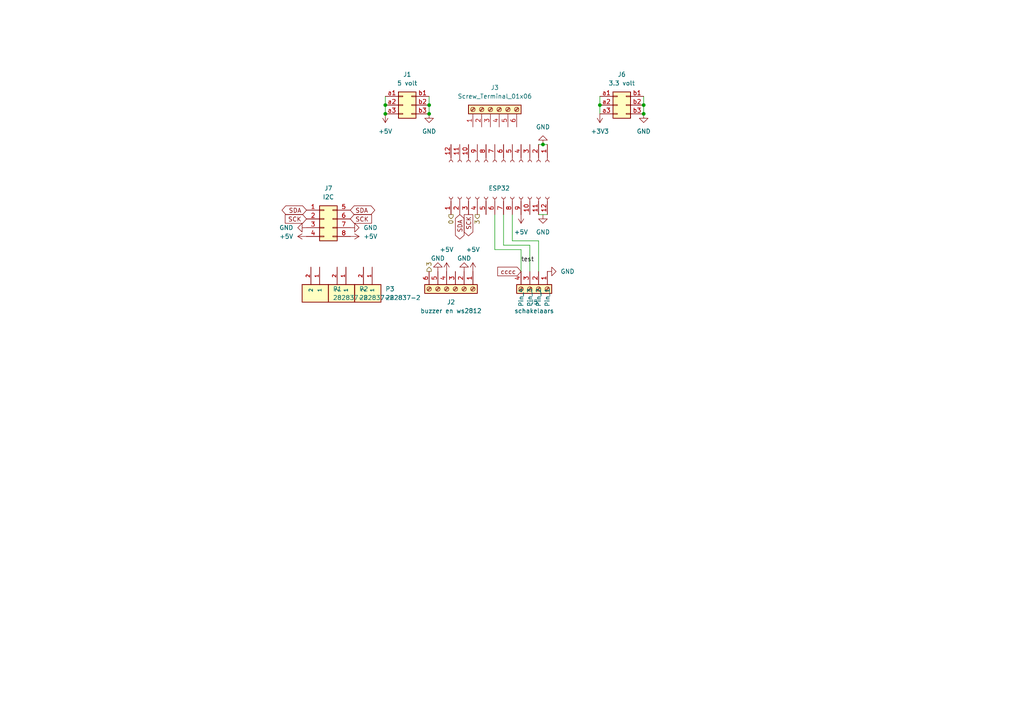
<source format=kicad_sch>
(kicad_sch (version 20231120) (generator "eeschema") (generator_version "8.0")
  (paper "A4")
  (lib_symbols
    (symbol "282837-2:282837-2" (pin_names (offset 1.016))
      (property "Reference" "P" (at -2.5406 2.5438 0))
      (property "Value" "282837-2" (at -2.5424 -6.3745 0))
      (symbol "282837-2_0_0"
        (rectangle (start -2.54 -5.08) (end 2.54 2.54) (stroke (width 0.254)) (fill (type background)))
        (pin passive line (at -7.62 0 0) (length 5.08) (name "1") (number "1"))
        (pin passive line (at -7.62 -2.54 0) (length 5.08) (name "2") (number "2"))
      )
    )
    (symbol "Connector:Conn_01x12_Female" (pin_names (offset 1.016) hide)
      (property "Reference" "J" (at 0 15.24 0))
      (property "Value" "Conn_01x12_Female" (at 0 -17.78 0))
      (symbol "Conn_01x12_Female_1_1"
        (arc (start 0 -14.732) (mid -0.5058 -15.24) (end 0 -15.748) (stroke (width 0.1524)))
        (arc (start 0 -12.192) (mid -0.5058 -12.7) (end 0 -13.208) (stroke (width 0.1524)))
        (arc (start 0 -9.652) (mid -0.5058 -10.16) (end 0 -10.668) (stroke (width 0.1524)))
        (arc (start 0 -7.112) (mid -0.5058 -7.62) (end 0 -8.128) (stroke (width 0.1524)))
        (arc (start 0 -4.572) (mid -0.5058 -5.08) (end 0 -5.588) (stroke (width 0.1524)))
        (arc (start 0 -2.032) (mid -0.5058 -2.54) (end 0 -3.048) (stroke (width 0.1524)))
        (polyline (pts (xy -1.27 -15.24) (xy -0.508 -15.24)) (stroke (width 0.1524)))
        (polyline (pts (xy -1.27 -12.7) (xy -0.508 -12.7)) (stroke (width 0.1524)))
        (polyline (pts (xy -1.27 -10.16) (xy -0.508 -10.16)) (stroke (width 0.1524)))
        (polyline (pts (xy -1.27 -7.62) (xy -0.508 -7.62)) (stroke (width 0.1524)))
        (polyline (pts (xy -1.27 -5.08) (xy -0.508 -5.08)) (stroke (width 0.1524)))
        (polyline (pts (xy -1.27 -2.54) (xy -0.508 -2.54)) (stroke (width 0.1524)))
        (polyline (pts (xy -1.27 0) (xy -0.508 0)) (stroke (width 0.1524)))
        (polyline (pts (xy -1.27 2.54) (xy -0.508 2.54)) (stroke (width 0.1524)))
        (polyline (pts (xy -1.27 5.08) (xy -0.508 5.08)) (stroke (width 0.1524)))
        (polyline (pts (xy -1.27 7.62) (xy -0.508 7.62)) (stroke (width 0.1524)))
        (polyline (pts (xy -1.27 10.16) (xy -0.508 10.16)) (stroke (width 0.1524)))
        (polyline (pts (xy -1.27 12.7) (xy -0.508 12.7)) (stroke (width 0.1524)))
        (arc (start 0 0.508) (mid -0.5058 0) (end 0 -0.508) (stroke (width 0.1524)))
        (arc (start 0 3.048) (mid -0.5058 2.54) (end 0 2.032) (stroke (width 0.1524)))
        (arc (start 0 5.588) (mid -0.5058 5.08) (end 0 4.572) (stroke (width 0.1524)))
        (arc (start 0 8.128) (mid -0.5058 7.62) (end 0 7.112) (stroke (width 0.1524)))
        (arc (start 0 10.668) (mid -0.5058 10.16) (end 0 9.652) (stroke (width 0.1524)))
        (arc (start 0 13.208) (mid -0.5058 12.7) (end 0 12.192) (stroke (width 0.1524)))
        (pin passive line (at -5.08 12.7 0) (length 3.81) (name "Pin_1") (number "1"))
        (pin passive line (at -5.08 -10.16 0) (length 3.81) (name "Pin_10") (number "10"))
        (pin passive line (at -5.08 -12.7 0) (length 3.81) (name "Pin_11") (number "11"))
        (pin passive line (at -5.08 -15.24 0) (length 3.81) (name "Pin_12") (number "12"))
        (pin passive line (at -5.08 10.16 0) (length 3.81) (name "Pin_2") (number "2"))
        (pin passive line (at -5.08 7.62 0) (length 3.81) (name "Pin_3") (number "3"))
        (pin passive line (at -5.08 5.08 0) (length 3.81) (name "Pin_4") (number "4"))
        (pin passive line (at -5.08 2.54 0) (length 3.81) (name "Pin_5") (number "5"))
        (pin passive line (at -5.08 0 0) (length 3.81) (name "Pin_6") (number "6"))
        (pin passive line (at -5.08 -2.54 0) (length 3.81) (name "Pin_7") (number "7"))
        (pin passive line (at -5.08 -5.08 0) (length 3.81) (name "Pin_8") (number "8"))
        (pin passive line (at -5.08 -7.62 0) (length 3.81) (name "Pin_9") (number "9"))
      )
    )
    (symbol "Connector:Screw_Terminal_01x04" (pin_names (offset 1.016))
      (property "Reference" "J" (at 0 5.08 0))
      (property "Value" "Screw_Terminal_01x04" (at 0 -7.62 0))
      (symbol "Screw_Terminal_01x04_1_1"
        (rectangle (start -1.27 3.81) (end 1.27 -6.35) (stroke (width 0.254)) (fill (type background)))
        (circle (center 0 -5.08) (radius 0.635) (stroke (width 0.1524)))
        (circle (center 0 -2.54) (radius 0.635) (stroke (width 0.1524)))
        (polyline (pts (xy -0.5334 -4.7498) (xy 0.3302 -5.588)) (stroke (width 0.1524)))
        (polyline (pts (xy -0.5334 -2.2098) (xy 0.3302 -3.048)) (stroke (width 0.1524)))
        (polyline (pts (xy -0.5334 0.3302) (xy 0.3302 -0.508)) (stroke (width 0.1524)))
        (polyline (pts (xy -0.5334 2.8702) (xy 0.3302 2.032)) (stroke (width 0.1524)))
        (polyline (pts (xy -0.3556 -4.572) (xy 0.508 -5.4102)) (stroke (width 0.1524)))
        (polyline (pts (xy -0.3556 -2.032) (xy 0.508 -2.8702)) (stroke (width 0.1524)))
        (polyline (pts (xy -0.3556 0.508) (xy 0.508 -0.3302)) (stroke (width 0.1524)))
        (polyline (pts (xy -0.3556 3.048) (xy 0.508 2.2098)) (stroke (width 0.1524)))
        (circle (center 0 0) (radius 0.635) (stroke (width 0.1524)))
        (circle (center 0 2.54) (radius 0.635) (stroke (width 0.1524)))
        (pin passive line (at -5.08 2.54 0) (length 3.81) (name "Pin_1") (number "1") (alternate "" input line))
        (pin passive line (at -5.08 0 0) (length 3.81) (name "Pin_2") (number "2"))
        (pin passive line (at -5.08 -2.54 0) (length 3.81) (name "Pin_3") (number "3"))
        (pin passive line (at -5.08 -5.08 0) (length 3.81) (name "Pin_4") (number "4"))
      )
    )
    (symbol "Connector:Screw_Terminal_01x06" (pin_names (offset 1.016) hide)
      (property "Reference" "J" (at 0 7.62 0))
      (property "Value" "Screw_Terminal_01x06" (at 0 -10.16 0))
      (symbol "Screw_Terminal_01x06_1_1"
        (rectangle (start -1.27 6.35) (end 1.27 -8.89) (stroke (width 0.254)) (fill (type background)))
        (circle (center 0 -7.62) (radius 0.635) (stroke (width 0.1524)))
        (circle (center 0 -5.08) (radius 0.635) (stroke (width 0.1524)))
        (circle (center 0 -2.54) (radius 0.635) (stroke (width 0.1524)))
        (polyline (pts (xy -0.5334 -7.2898) (xy 0.3302 -8.128)) (stroke (width 0.1524)))
        (polyline (pts (xy -0.5334 -4.7498) (xy 0.3302 -5.588)) (stroke (width 0.1524)))
        (polyline (pts (xy -0.5334 -2.2098) (xy 0.3302 -3.048)) (stroke (width 0.1524)))
        (polyline (pts (xy -0.5334 0.3302) (xy 0.3302 -0.508)) (stroke (width 0.1524)))
        (polyline (pts (xy -0.5334 2.8702) (xy 0.3302 2.032)) (stroke (width 0.1524)))
        (polyline (pts (xy -0.5334 5.4102) (xy 0.3302 4.572)) (stroke (width 0.1524)))
        (polyline (pts (xy -0.3556 -7.112) (xy 0.508 -7.9502)) (stroke (width 0.1524)))
        (polyline (pts (xy -0.3556 -4.572) (xy 0.508 -5.4102)) (stroke (width 0.1524)))
        (polyline (pts (xy -0.3556 -2.032) (xy 0.508 -2.8702)) (stroke (width 0.1524)))
        (polyline (pts (xy -0.3556 0.508) (xy 0.508 -0.3302)) (stroke (width 0.1524)))
        (polyline (pts (xy -0.3556 3.048) (xy 0.508 2.2098)) (stroke (width 0.1524)))
        (polyline (pts (xy -0.3556 5.588) (xy 0.508 4.7498)) (stroke (width 0.1524)))
        (circle (center 0 0) (radius 0.635) (stroke (width 0.1524)))
        (circle (center 0 2.54) (radius 0.635) (stroke (width 0.1524)))
        (circle (center 0 5.08) (radius 0.635) (stroke (width 0.1524)))
        (pin passive line (at -5.08 5.08 0) (length 3.81) (name "Pin_1") (number "1"))
        (pin passive line (at -5.08 2.54 0) (length 3.81) (name "Pin_2") (number "2"))
        (pin passive line (at -5.08 0 0) (length 3.81) (name "Pin_3") (number "3"))
        (pin passive line (at -5.08 -2.54 0) (length 3.81) (name "Pin_4") (number "4"))
        (pin passive line (at -5.08 -5.08 0) (length 3.81) (name "Pin_5") (number "5"))
        (pin passive line (at -5.08 -7.62 0) (length 3.81) (name "Pin_6") (number "6"))
      )
    )
    (symbol "Connector_Generic:Conn_02x03_Row_Letter_First" (pin_names (offset 1.016) hide)
      (property "Reference" "J" (at 1.27 5.08 0))
      (property "Value" "Conn_02x03_Row_Letter_First" (at 1.27 -5.08 0))
      (symbol "Conn_02x03_Row_Letter_First_1_1"
        (rectangle (start -1.27 -2.413) (end 0 -2.667) (stroke (width 0.1524)))
        (rectangle (start -1.27 0.127) (end 0 -0.127) (stroke (width 0.1524)))
        (rectangle (start -1.27 2.667) (end 0 2.413) (stroke (width 0.1524)))
        (rectangle (start -1.27 3.81) (end 3.81 -3.81) (stroke (width 0.254)) (fill (type background)))
        (rectangle (start 3.81 -2.413) (end 2.54 -2.667) (stroke (width 0.1524)))
        (rectangle (start 3.81 0.127) (end 2.54 -0.127) (stroke (width 0.1524)))
        (rectangle (start 3.81 2.667) (end 2.54 2.413) (stroke (width 0.1524)))
        (pin passive line (at -5.08 2.54 0) (length 3.81) (name "Pin_a1") (number "a1"))
        (pin passive line (at -5.08 0 0) (length 3.81) (name "Pin_a2") (number "a2"))
        (pin passive line (at -5.08 -2.54 0) (length 3.81) (name "Pin_a3") (number "a3"))
        (pin passive line (at 7.62 2.54 180) (length 3.81) (name "Pin_b1") (number "b1"))
        (pin passive line (at 7.62 0 180) (length 3.81) (name "Pin_b2") (number "b2"))
        (pin passive line (at 7.62 -2.54 180) (length 3.81) (name "Pin_b3") (number "b3"))
      )
    )
    (symbol "Connector_Generic:Conn_02x04_Top_Bottom" (pin_names (offset 1.016) hide)
      (property "Reference" "J" (at 1.27 5.08 0))
      (property "Value" "Conn_02x04_Top_Bottom" (at 1.27 -7.62 0))
      (symbol "Conn_02x04_Top_Bottom_1_1"
        (rectangle (start -1.27 -4.953) (end 0 -5.207) (stroke (width 0.1524)))
        (rectangle (start -1.27 -2.413) (end 0 -2.667) (stroke (width 0.1524)))
        (rectangle (start -1.27 0.127) (end 0 -0.127) (stroke (width 0.1524)))
        (rectangle (start -1.27 2.667) (end 0 2.413) (stroke (width 0.1524)))
        (rectangle (start -1.27 3.81) (end 3.81 -6.35) (stroke (width 0.254)) (fill (type background)))
        (rectangle (start 3.81 -4.953) (end 2.54 -5.207) (stroke (width 0.1524)))
        (rectangle (start 3.81 -2.413) (end 2.54 -2.667) (stroke (width 0.1524)))
        (rectangle (start 3.81 0.127) (end 2.54 -0.127) (stroke (width 0.1524)))
        (rectangle (start 3.81 2.667) (end 2.54 2.413) (stroke (width 0.1524)))
        (pin passive line (at -5.08 2.54 0) (length 3.81) (name "Pin_1") (number "1"))
        (pin passive line (at -5.08 0 0) (length 3.81) (name "Pin_2") (number "2"))
        (pin passive line (at -5.08 -2.54 0) (length 3.81) (name "Pin_3") (number "3"))
        (pin passive line (at -5.08 -5.08 0) (length 3.81) (name "Pin_4") (number "4"))
        (pin passive line (at 7.62 2.54 180) (length 3.81) (name "Pin_5") (number "5"))
        (pin passive line (at 7.62 0 180) (length 3.81) (name "Pin_6") (number "6"))
        (pin passive line (at 7.62 -2.54 180) (length 3.81) (name "Pin_7") (number "7"))
        (pin passive line (at 7.62 -5.08 180) (length 3.81) (name "Pin_8") (number "8"))
      )
    )
    (symbol "power:+3.3V" (power) (pin_names (offset 0))
      (property "Value" "+3.3V" (at 0 3.556 0))
      (symbol "+3.3V_0_1"
        (polyline (pts (xy -0.762 1.27) (xy 0 2.54)))
        (polyline (pts (xy 0 0) (xy 0 2.54)))
        (polyline (pts (xy 0 2.54) (xy 0.762 1.27)))
      )
      (symbol "+3.3V_1_1"
        (pin power_in line (at 0 0 90) (length 0) hide (name "+3V3") (number "1"))
      )
    )
    (symbol "power:+5V" (power) (pin_names (offset 0))
      (property "Value" "+5V" (at 0 3.556 0))
      (symbol "+5V_0_1"
        (polyline (pts (xy -0.762 1.27) (xy 0 2.54)))
        (polyline (pts (xy 0 0) (xy 0 2.54)))
        (polyline (pts (xy 0 2.54) (xy 0.762 1.27)))
      )
      (symbol "+5V_1_1"
        (pin power_in line (at 0 0 90) (length 0) hide (name "+5V") (number "1"))
      )
    )
    (symbol "power:GND" (power) (pin_names (offset 0))
      (property "Value" "GND" (at 0 -3.81 0))
      (symbol "GND_0_1"
        (polyline (pts (xy 0 0) (xy 0 -1.27) (xy 1.27 -1.27) (xy 0 -2.54) (xy -1.27 -1.27) (xy 0 -1.27)))
      )
      (symbol "GND_1_1"
        (pin power_in line (at 0 0 270) (length 0) hide (name "GND") (number "1"))
      )
    )
  )
  (junction (at 111.76 30.48))
  (junction (at 186.69 33.02))
  (junction (at 111.76 33.02))
  (junction (at 186.69 30.48))
  (junction (at 173.99 30.48))
  (junction (at 124.46 33.02))
  (junction (at 157.48 41.91))
  (junction (at 124.46 30.48))
  (wire (pts (xy 157.48 41.91) (xy 158.75 41.91)))
  (wire (pts (xy 124.46 27.94) (xy 124.46 30.48)))
  (wire (pts (xy 156.21 62.23) (xy 158.75 62.23)))
  (wire (pts (xy 124.46 30.48) (xy 124.46 33.02)))
  (wire (pts (xy 148.59 62.23) (xy 148.59 69.85)))
  (wire (pts (xy 146.05 71.12) (xy 153.67 71.12)))
  (wire (pts (xy 111.76 27.94) (xy 111.76 30.48)))
  (wire (pts (xy 151.13 72.39) (xy 151.13 78.74)))
  (wire (pts (xy 186.69 27.94) (xy 186.69 30.48)))
  (wire (pts (xy 143.51 72.39) (xy 151.13 72.39)))
  (wire (pts (xy 186.69 30.48) (xy 186.69 33.02)))
  (wire (pts (xy 143.51 62.23) (xy 143.51 72.39)))
  (wire (pts (xy 156.21 41.91) (xy 157.48 41.91)))
  (wire (pts (xy 173.99 27.94) (xy 173.99 30.48)))
  (wire (pts (xy 148.59 69.85) (xy 156.21 69.85)))
  (wire (pts (xy 153.67 71.12) (xy 153.67 78.74)))
  (wire (pts (xy 173.99 30.48) (xy 173.99 33.02)))
  (wire (pts (xy 146.05 62.23) (xy 146.05 71.12)))
  (wire (pts (xy 156.21 69.85) (xy 156.21 78.74)))
  (wire (pts (xy 111.76 30.48) (xy 111.76 33.02)))
  (label "test" (at 151.13 76.2 0))
  (global_label "cccc" (shape input) (at 151.13 78.74 180) (property "Intersheetrefs" "${INTERSHEET_REFS}" (effects (hide yes))) (property "Intersheet-verwijzingen" "${INTERSHEET_REFS}" (effects (hide yes))))
  (global_label "SDA" (shape bidirectional) (at 88.9 60.96 180) (property "Intersheetrefs" "${INTERSHEET_REFS}" (effects (hide yes))))
  (global_label "SCK" (shape output) (at 135.89 62.23 270) (property "Intersheetrefs" "${INTERSHEET_REFS}" (effects (hide yes))))
  (global_label "SCK" (shape input) (at 101.6 63.5 0) (property "Intersheetrefs" "${INTERSHEET_REFS}" (effects (hide yes))))
  (global_label "SCK" (shape input) (at 88.9 63.5 180) (property "Intersheetrefs" "${INTERSHEET_REFS}" (effects (hide yes))))
  (global_label "SDA" (shape bidirectional) (at 133.35 62.23 270) (property "Intersheetrefs" "${INTERSHEET_REFS}" (effects (hide yes))))
  (global_label "SDA" (shape bidirectional) (at 101.6 60.96 0) (property "Intersheetrefs" "${INTERSHEET_REFS}" (effects (hide yes))))
  (hierarchical_label "0" (shape output) (at 130.81 62.23 270))
  (hierarchical_label "3" (shape output) (at 138.43 62.23 270))
  (hierarchical_label "3" (shape output) (at 124.46 78.74 90))
  (symbol (lib_id "282837-2:282837-2") (at 100.33 85.09 270) (unit 1)
    (property "Reference" "P2" (at 104.14 83.8199 90) (effects (justify left)))
    (property "Value" "282837-2" (at 104.14 86.3599 90) (effects (justify left)))
    (property "Footprint" "282837-2:TE_282837-2" (effects (hide yes)))
    (property "Comment" "282837-2" (effects (hide yes)))
    (property "MF" "TE Connectivity" (effects (hide yes)))
    (property "DESCRIPTION" "TERMINAL BLOCK 3.5MM 2POS PCB" (effects (hide yes)))
    (property "PACKAGE" "None" (effects (hide yes)))
    (property "PRICE" "0.28 USD" (effects (hide yes)))
    (property "Package" "None" (effects (hide yes)))
    (property "Check_prices" "https://www.snapeda.com/parts/282837-2/TE+Connectivity+AMP+Connectors/view-part/?ref=eda" (effects (hide yes)))
    (property "Price" "None" (effects (hide yes)))
    (property "PARTREV" "G3" (effects (hide yes)))
    (property "SnapEDA_Link" "https://www.snapeda.com/parts/282837-2/TE+Connectivity+AMP+Connectors/view-part/?ref=snap" (effects (hide yes)))
    (property "MP" "282837-2" (effects (hide yes)))
    (property "Availability" "In Stock" (effects (hide yes)))
    (property "AVAILABILITY" "Good" (effects (hide yes)))
    (property "Description_1" "\nTerminal Block Connector Wire Receptacle 2 5.08 mm 30-16 AWG Green 13.5 A 250 V | TE Connectivity 282837-2\n" (effects (hide yes)))
  )
  (symbol (lib_id "power:GND") (at 158.75 78.74 90) (unit 1)
    (property "Reference" "#PWR0102" (effects (hide yes)))
    (property "Value" "GND" (at 162.56 78.7399 90) (effects (justify right)))
  )
  (symbol (lib_id "power:GND") (at 186.69 33.02 0) (unit 1)
    (property "Reference" "#PWR0112" (effects (hide yes)))
    (property "Value" "GND" (at 186.69 38.1 0))
  )
  (symbol (lib_id "282837-2:282837-2") (at 92.71 85.09 270) (unit 1)
    (property "Reference" "P1" (at 96.52 83.8199 90) (effects (justify left)))
    (property "Value" "282837-2" (at 96.52 86.3599 90) (effects (justify left)))
    (property "Footprint" "282837-2:TE_282837-2" (effects (hide yes)))
    (property "Comment" "282837-2" (effects (hide yes)))
    (property "MF" "TE Connectivity" (effects (hide yes)))
    (property "DESCRIPTION" "TERMINAL BLOCK 3.5MM 2POS PCB" (effects (hide yes)))
    (property "PACKAGE" "None" (effects (hide yes)))
    (property "PRICE" "0.28 USD" (effects (hide yes)))
    (property "Package" "None" (effects (hide yes)))
    (property "Check_prices" "https://www.snapeda.com/parts/282837-2/TE+Connectivity+AMP+Connectors/view-part/?ref=eda" (effects (hide yes)))
    (property "Price" "None" (effects (hide yes)))
    (property "PARTREV" "G3" (effects (hide yes)))
    (property "SnapEDA_Link" "https://www.snapeda.com/parts/282837-2/TE+Connectivity+AMP+Connectors/view-part/?ref=snap" (effects (hide yes)))
    (property "MP" "282837-2" (effects (hide yes)))
    (property "Availability" "In Stock" (effects (hide yes)))
    (property "AVAILABILITY" "Good" (effects (hide yes)))
    (property "Description_1" "\nTerminal Block Connector Wire Receptacle 2 5.08 mm 30-16 AWG Green 13.5 A 250 V | TE Connectivity 282837-2\n" (effects (hide yes)))
  )
  (symbol (lib_id "power:GND") (at 157.48 41.91 180) (unit 1)
    (property "Reference" "#PWR0106" (effects (hide yes)))
    (property "Value" "GND" (at 157.48 36.83 0))
  )
  (symbol (lib_id "power:GND") (at 101.6 66.04 90) (unit 1)
    (property "Reference" "#PWR04" (effects (hide yes)))
    (property "Value" "GND" (at 105.41 66.0399 90) (effects (justify right)))
    (property "Description" "Power symbol creates a global label with name \"GND\" , ground" (effects (hide yes)))
  )
  (symbol (lib_id "power:+5V") (at 137.16 78.74 0) (unit 1)
    (property "Reference" "#PWR0107" (effects (hide yes)))
    (property "Value" "+5V" (at 137.16 72.39 0))
  )
  (symbol (lib_id "power:+5V") (at 111.76 33.02 180) (unit 1)
    (property "Reference" "#PWR0104" (effects (hide yes)))
    (property "Value" "+5V" (at 111.76 38.1 0))
  )
  (symbol (lib_id "power:GND") (at 88.9 66.04 270) (unit 1)
    (property "Reference" "#PWR03" (effects (hide yes)))
    (property "Value" "GND" (at 85.09 66.0399 90) (effects (justify right)))
    (property "Description" "Power symbol creates a global label with name \"GND\" , ground" (effects (hide yes)))
  )
  (symbol (lib_id "power:+5V") (at 129.54 78.74 0) (unit 1)
    (property "Reference" "#PWR0109" (effects (hide yes)))
    (property "Value" "+5V" (at 129.54 72.39 0))
  )
  (symbol (lib_id "power:GND") (at 157.48 62.23 0) (unit 1)
    (property "Reference" "#PWR0101" (effects (hide yes)))
    (property "Value" "GND" (at 157.48 67.31 0))
  )
  (symbol (lib_id "Connector_Generic:Conn_02x04_Top_Bottom") (at 93.98 63.5 0) (unit 1)
    (property "Reference" "J7" (at 95.25 54.61 0))
    (property "Value" "I2C" (at 95.25 57.15 0))
    (property "Footprint" "Connector_PinHeader_2.54mm:PinHeader_2x04_P2.54mm_Vertical" (effects (hide yes)))
    (property "Description" "Generic connector, double row, 02x04, top/bottom pin numbering scheme (row 1: 1...pins_per_row, row2: pins_per_row+1 ... num_pins), script generated (kicad-library-utils/schlib/autogen/connector/)" (effects (hide yes)))
  )
  (symbol (lib_id "Connector:Screw_Terminal_01x04") (at 156.21 83.82 270) (unit 1)
    (property "Reference" "J5" (at 154.94 87.63 90))
    (property "Value" "schakelaars" (at 154.94 90.17 90))
    (property "Footprint" "TerminalBlock_RND:TerminalBlock_RND_205-00289_1x04_P5.08mm_Horizontal" (effects (hide yes)))
    (pin "1" (alternate "gpio,0,0"))
  )
  (symbol (lib_id "power:+3.3V") (at 173.99 33.02 180) (unit 1)
    (property "Reference" "#PWR0111" (effects (hide yes)))
    (property "Value" "+3V3" (at 173.99 38.1 0))
  )
  (symbol (lib_id "power:GND") (at 124.46 33.02 0) (unit 1)
    (property "Reference" "#PWR0105" (effects (hide yes)))
    (property "Value" "GND" (at 124.46 38.1 0))
  )
  (symbol (lib_id "power:GND") (at 127 78.74 180) (unit 1)
    (property "Reference" "#PWR0110" (effects (hide yes)))
    (property "Value" "GND" (at 127 74.93 0))
  )
  (symbol (lib_id "282837-2:282837-2") (at 107.95 85.09 270) (unit 1)
    (property "Reference" "P3" (at 111.76 83.8199 90) (effects (justify left)))
    (property "Value" "282837-2" (at 111.76 86.3599 90) (effects (justify left)))
    (property "Footprint" "282837-2:TE_282837-2" (effects (hide yes)))
    (property "Comment" "282837-2" (effects (hide yes)))
    (property "MF" "TE Connectivity" (effects (hide yes)))
    (property "DESCRIPTION" "TERMINAL BLOCK 3.5MM 2POS PCB" (effects (hide yes)))
    (property "PACKAGE" "None" (effects (hide yes)))
    (property "PRICE" "0.28 USD" (effects (hide yes)))
    (property "Package" "None" (effects (hide yes)))
    (property "Check_prices" "https://www.snapeda.com/parts/282837-2/TE+Connectivity+AMP+Connectors/view-part/?ref=eda" (effects (hide yes)))
    (property "Price" "None" (effects (hide yes)))
    (property "PARTREV" "G3" (effects (hide yes)))
    (property "SnapEDA_Link" "https://www.snapeda.com/parts/282837-2/TE+Connectivity+AMP+Connectors/view-part/?ref=snap" (effects (hide yes)))
    (property "MP" "282837-2" (effects (hide yes)))
    (property "Availability" "In Stock" (effects (hide yes)))
    (property "AVAILABILITY" "Good" (effects (hide yes)))
    (property "Description_1" "\nTerminal Block Connector Wire Receptacle 2 5.08 mm 30-16 AWG Green 13.5 A 250 V | TE Connectivity 282837-2\n" (effects (hide yes)))
  )
  (symbol (lib_id "Connector:Conn_01x12_Female") (at 146.05 46.99 270) (unit 1)
    (property "Reference" "J4" (effects (hide yes)))
    (property "Value" "Conn_01x12_Female" (effects (hide yes)))
    (property "Footprint" "Connector_PinHeader_2.54mm:PinHeader_1x12_P2.54mm_Vertical" (effects (hide yes)))
  )
  (symbol (lib_id "power:GND") (at 134.62 78.74 180) (unit 1)
    (property "Reference" "#PWR0108" (effects (hide yes)))
    (property "Value" "GND" (at 134.62 74.93 0))
  )
  (symbol (lib_id "Connector:Screw_Terminal_01x06") (at 132.08 83.82 270) (unit 1)
    (property "Reference" "J2" (at 130.81 87.63 90))
    (property "Value" "buzzer en ws2812" (at 130.81 90.17 90))
    (property "Footprint" "TerminalBlock_RND:TerminalBlock_RND_205-00291_1x06_P5.08mm_Horizontal" (effects (hide yes)))
  )
  (symbol (lib_id "power:+5V") (at 88.9 68.58 90) (unit 1)
    (property "Reference" "#PWR02" (effects (hide yes)))
    (property "Value" "+5V" (at 85.09 68.5799 90) (effects (justify left)))
    (property "Description" "Power symbol creates a global label with name \"+5V\"" (effects (hide yes)))
  )
  (symbol (lib_id "power:+5V") (at 101.6 68.58 270) (unit 1)
    (property "Reference" "#PWR01" (effects (hide yes)))
    (property "Value" "+5V" (at 105.41 68.5799 90) (effects (justify left)))
    (property "Description" "Power symbol creates a global label with name \"+5V\"" (effects (hide yes)))
  )
  (symbol (lib_id "Connector:Screw_Terminal_01x06") (at 142.24 31.75 90) (unit 1)
    (property "Reference" "J3" (at 143.51 25.4 90))
    (property "Value" "Screw_Terminal_01x06" (at 143.51 27.94 90))
    (property "Footprint" "TerminalBlock_RND:TerminalBlock_RND_205-00291_1x06_P5.08mm_Horizontal" (effects (hide yes)))
  )
  (symbol (lib_id "Connector:Conn_01x12_Female") (at 143.51 57.15 90) (unit 1)
    (property "Reference" "ESP32" (at 144.78 54.61 90))
    (property "Value" "Conn_01x12_Female" (effects (hide yes)))
    (property "Footprint" "Connector_PinHeader_2.54mm:PinHeader_1x12_P2.54mm_Vertical" (effects (hide yes)))
  )
  (symbol (lib_id "Connector_Generic:Conn_02x03_Row_Letter_First") (at 179.07 30.48 0) (unit 1)
    (property "Reference" "J6" (at 180.34 21.59 0))
    (property "Value" "3.3 volt" (at 180.34 24.13 0))
    (property "Footprint" "Connector_PinHeader_2.54mm:PinHeader_2x03_P2.54mm_Vertical" (effects (hide yes)))
  )
  (symbol (lib_id "Connector_Generic:Conn_02x03_Row_Letter_First") (at 116.84 30.48 0) (unit 1)
    (property "Reference" "J1" (at 118.11 21.59 0))
    (property "Value" "5 volt" (at 118.11 24.13 0))
    (property "Footprint" "Connector_PinHeader_2.54mm:PinHeader_2x03_P2.54mm_Vertical" (effects (hide yes)))
  )
  (symbol (lib_id "power:+5V") (at 151.13 62.23 180) (unit 1)
    (property "Reference" "#PWR0103" (effects (hide yes)))
    (property "Value" "+5V" (at 151.13 67.31 0))
  )
)
</source>
